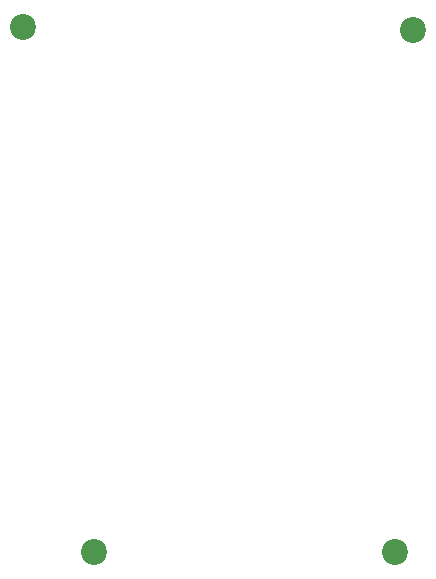
<source format=gbr>
%TF.GenerationSoftware,KiCad,Pcbnew,9.0.2*%
%TF.CreationDate,2025-07-07T19:43:41+05:30*%
%TF.ProjectId,Atmega328p_based,41746d65-6761-4333-9238-705f62617365,rev?*%
%TF.SameCoordinates,Original*%
%TF.FileFunction,NonPlated,1,2,NPTH,Drill*%
%TF.FilePolarity,Positive*%
%FSLAX46Y46*%
G04 Gerber Fmt 4.6, Leading zero omitted, Abs format (unit mm)*
G04 Created by KiCad (PCBNEW 9.0.2) date 2025-07-07 19:43:41*
%MOMM*%
%LPD*%
G01*
G04 APERTURE LIST*
%TA.AperFunction,ComponentDrill*%
%ADD10C,2.200000*%
%TD*%
G04 APERTURE END LIST*
D10*
%TO.C,H2*%
X130500000Y-64750000D03*
%TO.C,H3*%
X136500000Y-109250000D03*
%TO.C,H4*%
X162000000Y-109250000D03*
%TO.C,H1*%
X163500000Y-65000000D03*
M02*

</source>
